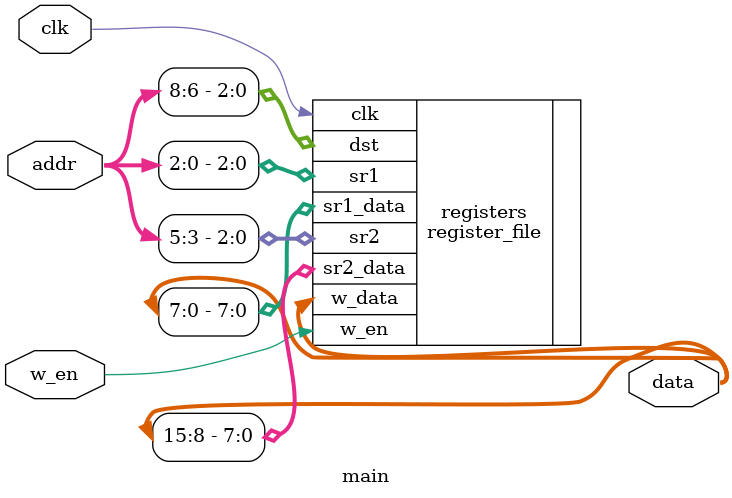
<source format=v>

module main(
    input clk,
    input [15:0] addr,
    input w_en,
    output [15:0] data
);
    //wire [15:0] w_data;
    register_file registers(.clk(clk), .w_en(w_en), .sr1(addr[2:0]), .sr2(addr[5:3]), .dst(addr[8:6]), .w_data(data), .sr1_data(data[7:0]), .sr2_data(data[15:8]));
    //memory mem(.clk(clk), .w_en(w_en), .addr(addr), .r_data(data), .w_data(w_data));
endmodule
</source>
